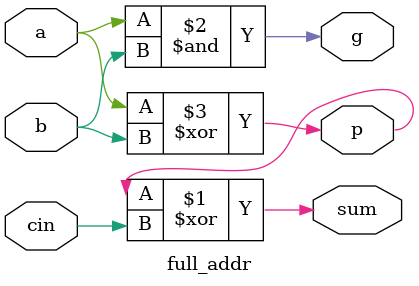
<source format=v>
module full_addr(
    input a, b, cin,
    output sum, g, p
);

assign sum = p ^ cin;
assign g = a & b;
assign p = a ^ b;

endmodule 
</source>
